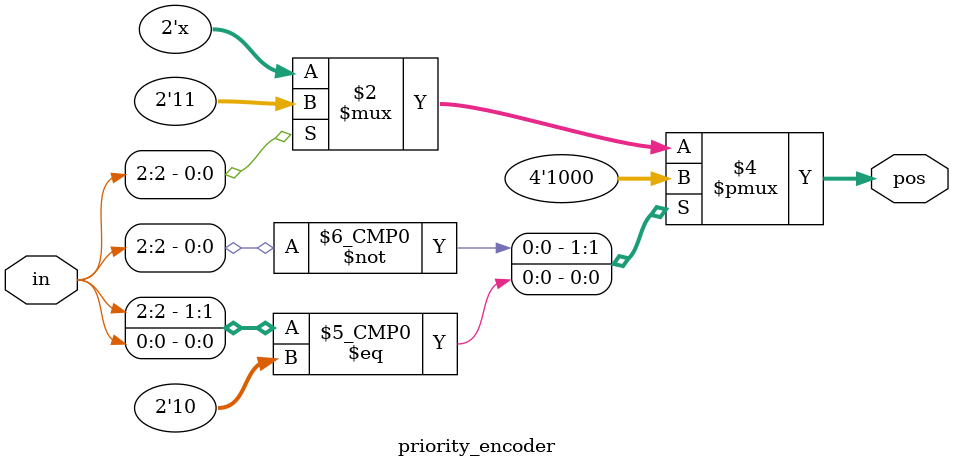
<source format=v>
module priority_encoder( 
input [2:0] in,
output reg [1:0] pos ); 
// When sel=1, assign b to out
// When sel=0, keep previous value in out
always @ ( * ) 
begin 
// Prioritizing in[2:0] 
casex ( in ) 
3'b0xx: pos = 2'd2; 
3'b1x0: pos = 2'd0; 
3'b0x1: pos = 2'd1; 
3'b1xx: pos = 2'd3; 
// Using default case for unexpected input, in this case, 011 
default: pos = 2'bz; 
endcase 
end 
endmodule

</source>
